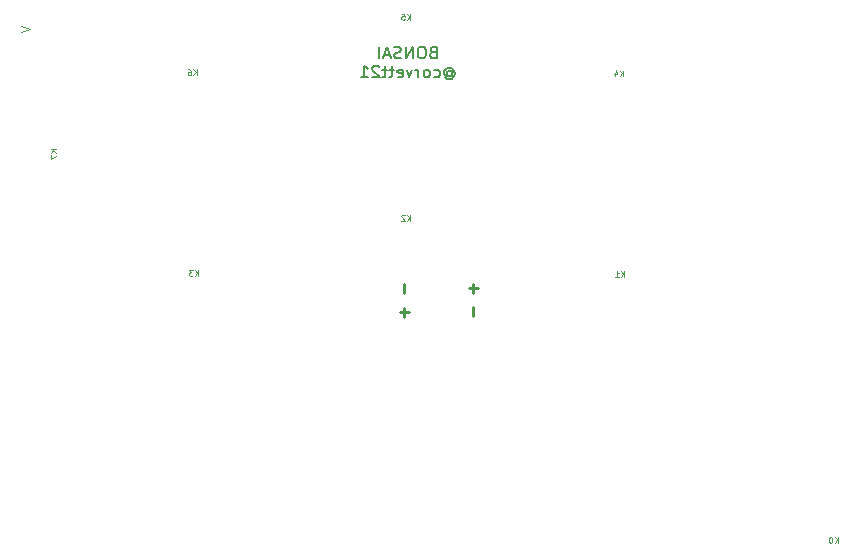
<source format=gbr>
%TF.GenerationSoftware,KiCad,Pcbnew,8.0.2*%
%TF.CreationDate,2024-07-06T21:08:24-05:00*%
%TF.ProjectId,bonsai,626f6e73-6169-42e6-9b69-6361645f7063,v1*%
%TF.SameCoordinates,Original*%
%TF.FileFunction,Legend,Bot*%
%TF.FilePolarity,Positive*%
%FSLAX46Y46*%
G04 Gerber Fmt 4.6, Leading zero omitted, Abs format (unit mm)*
G04 Created by KiCad (PCBNEW 8.0.2) date 2024-07-06 21:08:24*
%MOMM*%
%LPD*%
G01*
G04 APERTURE LIST*
%ADD10C,0.125000*%
%ADD11C,0.150000*%
%ADD12C,0.100000*%
%ADD13C,0.250000*%
G04 APERTURE END LIST*
D10*
X58898716Y-28232309D02*
X58898716Y-27732309D01*
X58613002Y-28232309D02*
X58827287Y-27946595D01*
X58613002Y-27732309D02*
X58898716Y-28018023D01*
X58160621Y-27732309D02*
X58398716Y-27732309D01*
X58398716Y-27732309D02*
X58422525Y-27970404D01*
X58422525Y-27970404D02*
X58398716Y-27946595D01*
X58398716Y-27946595D02*
X58351097Y-27922785D01*
X58351097Y-27922785D02*
X58232049Y-27922785D01*
X58232049Y-27922785D02*
X58184430Y-27946595D01*
X58184430Y-27946595D02*
X58160621Y-27970404D01*
X58160621Y-27970404D02*
X58136811Y-28018023D01*
X58136811Y-28018023D02*
X58136811Y-28137071D01*
X58136811Y-28137071D02*
X58160621Y-28184690D01*
X58160621Y-28184690D02*
X58184430Y-28208500D01*
X58184430Y-28208500D02*
X58232049Y-28232309D01*
X58232049Y-28232309D02*
X58351097Y-28232309D01*
X58351097Y-28232309D02*
X58398716Y-28208500D01*
X58398716Y-28208500D02*
X58422525Y-28184690D01*
X40798716Y-32932309D02*
X40798716Y-32432309D01*
X40513002Y-32932309D02*
X40727287Y-32646595D01*
X40513002Y-32432309D02*
X40798716Y-32718023D01*
X40084430Y-32432309D02*
X40179668Y-32432309D01*
X40179668Y-32432309D02*
X40227287Y-32456119D01*
X40227287Y-32456119D02*
X40251097Y-32479928D01*
X40251097Y-32479928D02*
X40298716Y-32551357D01*
X40298716Y-32551357D02*
X40322525Y-32646595D01*
X40322525Y-32646595D02*
X40322525Y-32837071D01*
X40322525Y-32837071D02*
X40298716Y-32884690D01*
X40298716Y-32884690D02*
X40274906Y-32908500D01*
X40274906Y-32908500D02*
X40227287Y-32932309D01*
X40227287Y-32932309D02*
X40132049Y-32932309D01*
X40132049Y-32932309D02*
X40084430Y-32908500D01*
X40084430Y-32908500D02*
X40060621Y-32884690D01*
X40060621Y-32884690D02*
X40036811Y-32837071D01*
X40036811Y-32837071D02*
X40036811Y-32718023D01*
X40036811Y-32718023D02*
X40060621Y-32670404D01*
X40060621Y-32670404D02*
X40084430Y-32646595D01*
X40084430Y-32646595D02*
X40132049Y-32622785D01*
X40132049Y-32622785D02*
X40227287Y-32622785D01*
X40227287Y-32622785D02*
X40274906Y-32646595D01*
X40274906Y-32646595D02*
X40298716Y-32670404D01*
X40298716Y-32670404D02*
X40322525Y-32718023D01*
X58898716Y-45232309D02*
X58898716Y-44732309D01*
X58613002Y-45232309D02*
X58827287Y-44946595D01*
X58613002Y-44732309D02*
X58898716Y-45018023D01*
X58422525Y-44779928D02*
X58398716Y-44756119D01*
X58398716Y-44756119D02*
X58351097Y-44732309D01*
X58351097Y-44732309D02*
X58232049Y-44732309D01*
X58232049Y-44732309D02*
X58184430Y-44756119D01*
X58184430Y-44756119D02*
X58160621Y-44779928D01*
X58160621Y-44779928D02*
X58136811Y-44827547D01*
X58136811Y-44827547D02*
X58136811Y-44875166D01*
X58136811Y-44875166D02*
X58160621Y-44946595D01*
X58160621Y-44946595D02*
X58446335Y-45232309D01*
X58446335Y-45232309D02*
X58136811Y-45232309D01*
D11*
X60819047Y-30986065D02*
X60676190Y-31033684D01*
X60676190Y-31033684D02*
X60628571Y-31081303D01*
X60628571Y-31081303D02*
X60580952Y-31176541D01*
X60580952Y-31176541D02*
X60580952Y-31319398D01*
X60580952Y-31319398D02*
X60628571Y-31414636D01*
X60628571Y-31414636D02*
X60676190Y-31462256D01*
X60676190Y-31462256D02*
X60771428Y-31509875D01*
X60771428Y-31509875D02*
X61152380Y-31509875D01*
X61152380Y-31509875D02*
X61152380Y-30509875D01*
X61152380Y-30509875D02*
X60819047Y-30509875D01*
X60819047Y-30509875D02*
X60723809Y-30557494D01*
X60723809Y-30557494D02*
X60676190Y-30605113D01*
X60676190Y-30605113D02*
X60628571Y-30700351D01*
X60628571Y-30700351D02*
X60628571Y-30795589D01*
X60628571Y-30795589D02*
X60676190Y-30890827D01*
X60676190Y-30890827D02*
X60723809Y-30938446D01*
X60723809Y-30938446D02*
X60819047Y-30986065D01*
X60819047Y-30986065D02*
X61152380Y-30986065D01*
X59961904Y-30509875D02*
X59771428Y-30509875D01*
X59771428Y-30509875D02*
X59676190Y-30557494D01*
X59676190Y-30557494D02*
X59580952Y-30652732D01*
X59580952Y-30652732D02*
X59533333Y-30843208D01*
X59533333Y-30843208D02*
X59533333Y-31176541D01*
X59533333Y-31176541D02*
X59580952Y-31367017D01*
X59580952Y-31367017D02*
X59676190Y-31462256D01*
X59676190Y-31462256D02*
X59771428Y-31509875D01*
X59771428Y-31509875D02*
X59961904Y-31509875D01*
X59961904Y-31509875D02*
X60057142Y-31462256D01*
X60057142Y-31462256D02*
X60152380Y-31367017D01*
X60152380Y-31367017D02*
X60199999Y-31176541D01*
X60199999Y-31176541D02*
X60199999Y-30843208D01*
X60199999Y-30843208D02*
X60152380Y-30652732D01*
X60152380Y-30652732D02*
X60057142Y-30557494D01*
X60057142Y-30557494D02*
X59961904Y-30509875D01*
X59104761Y-31509875D02*
X59104761Y-30509875D01*
X59104761Y-30509875D02*
X58533333Y-31509875D01*
X58533333Y-31509875D02*
X58533333Y-30509875D01*
X58104761Y-31462256D02*
X57961904Y-31509875D01*
X57961904Y-31509875D02*
X57723809Y-31509875D01*
X57723809Y-31509875D02*
X57628571Y-31462256D01*
X57628571Y-31462256D02*
X57580952Y-31414636D01*
X57580952Y-31414636D02*
X57533333Y-31319398D01*
X57533333Y-31319398D02*
X57533333Y-31224160D01*
X57533333Y-31224160D02*
X57580952Y-31128922D01*
X57580952Y-31128922D02*
X57628571Y-31081303D01*
X57628571Y-31081303D02*
X57723809Y-31033684D01*
X57723809Y-31033684D02*
X57914285Y-30986065D01*
X57914285Y-30986065D02*
X58009523Y-30938446D01*
X58009523Y-30938446D02*
X58057142Y-30890827D01*
X58057142Y-30890827D02*
X58104761Y-30795589D01*
X58104761Y-30795589D02*
X58104761Y-30700351D01*
X58104761Y-30700351D02*
X58057142Y-30605113D01*
X58057142Y-30605113D02*
X58009523Y-30557494D01*
X58009523Y-30557494D02*
X57914285Y-30509875D01*
X57914285Y-30509875D02*
X57676190Y-30509875D01*
X57676190Y-30509875D02*
X57533333Y-30557494D01*
X57152380Y-31224160D02*
X56676190Y-31224160D01*
X57247618Y-31509875D02*
X56914285Y-30509875D01*
X56914285Y-30509875D02*
X56580952Y-31509875D01*
X56247618Y-31509875D02*
X56247618Y-30509875D01*
X62009524Y-32643628D02*
X62057143Y-32596009D01*
X62057143Y-32596009D02*
X62152381Y-32548390D01*
X62152381Y-32548390D02*
X62247619Y-32548390D01*
X62247619Y-32548390D02*
X62342857Y-32596009D01*
X62342857Y-32596009D02*
X62390476Y-32643628D01*
X62390476Y-32643628D02*
X62438095Y-32738866D01*
X62438095Y-32738866D02*
X62438095Y-32834104D01*
X62438095Y-32834104D02*
X62390476Y-32929342D01*
X62390476Y-32929342D02*
X62342857Y-32976961D01*
X62342857Y-32976961D02*
X62247619Y-33024580D01*
X62247619Y-33024580D02*
X62152381Y-33024580D01*
X62152381Y-33024580D02*
X62057143Y-32976961D01*
X62057143Y-32976961D02*
X62009524Y-32929342D01*
X62009524Y-32548390D02*
X62009524Y-32929342D01*
X62009524Y-32929342D02*
X61961905Y-32976961D01*
X61961905Y-32976961D02*
X61914286Y-32976961D01*
X61914286Y-32976961D02*
X61819047Y-32929342D01*
X61819047Y-32929342D02*
X61771428Y-32834104D01*
X61771428Y-32834104D02*
X61771428Y-32596009D01*
X61771428Y-32596009D02*
X61866667Y-32453152D01*
X61866667Y-32453152D02*
X62009524Y-32357914D01*
X62009524Y-32357914D02*
X62200000Y-32310295D01*
X62200000Y-32310295D02*
X62390476Y-32357914D01*
X62390476Y-32357914D02*
X62533333Y-32453152D01*
X62533333Y-32453152D02*
X62628571Y-32596009D01*
X62628571Y-32596009D02*
X62676190Y-32786485D01*
X62676190Y-32786485D02*
X62628571Y-32976961D01*
X62628571Y-32976961D02*
X62533333Y-33119819D01*
X62533333Y-33119819D02*
X62390476Y-33215057D01*
X62390476Y-33215057D02*
X62200000Y-33262676D01*
X62200000Y-33262676D02*
X62009524Y-33215057D01*
X62009524Y-33215057D02*
X61866667Y-33119819D01*
X60914286Y-33072200D02*
X61009524Y-33119819D01*
X61009524Y-33119819D02*
X61200000Y-33119819D01*
X61200000Y-33119819D02*
X61295238Y-33072200D01*
X61295238Y-33072200D02*
X61342857Y-33024580D01*
X61342857Y-33024580D02*
X61390476Y-32929342D01*
X61390476Y-32929342D02*
X61390476Y-32643628D01*
X61390476Y-32643628D02*
X61342857Y-32548390D01*
X61342857Y-32548390D02*
X61295238Y-32500771D01*
X61295238Y-32500771D02*
X61200000Y-32453152D01*
X61200000Y-32453152D02*
X61009524Y-32453152D01*
X61009524Y-32453152D02*
X60914286Y-32500771D01*
X60342857Y-33119819D02*
X60438095Y-33072200D01*
X60438095Y-33072200D02*
X60485714Y-33024580D01*
X60485714Y-33024580D02*
X60533333Y-32929342D01*
X60533333Y-32929342D02*
X60533333Y-32643628D01*
X60533333Y-32643628D02*
X60485714Y-32548390D01*
X60485714Y-32548390D02*
X60438095Y-32500771D01*
X60438095Y-32500771D02*
X60342857Y-32453152D01*
X60342857Y-32453152D02*
X60200000Y-32453152D01*
X60200000Y-32453152D02*
X60104762Y-32500771D01*
X60104762Y-32500771D02*
X60057143Y-32548390D01*
X60057143Y-32548390D02*
X60009524Y-32643628D01*
X60009524Y-32643628D02*
X60009524Y-32929342D01*
X60009524Y-32929342D02*
X60057143Y-33024580D01*
X60057143Y-33024580D02*
X60104762Y-33072200D01*
X60104762Y-33072200D02*
X60200000Y-33119819D01*
X60200000Y-33119819D02*
X60342857Y-33119819D01*
X59580952Y-33119819D02*
X59580952Y-32453152D01*
X59580952Y-32643628D02*
X59533333Y-32548390D01*
X59533333Y-32548390D02*
X59485714Y-32500771D01*
X59485714Y-32500771D02*
X59390476Y-32453152D01*
X59390476Y-32453152D02*
X59295238Y-32453152D01*
X59057142Y-32453152D02*
X58819047Y-33119819D01*
X58819047Y-33119819D02*
X58580952Y-32453152D01*
X57819047Y-33072200D02*
X57914285Y-33119819D01*
X57914285Y-33119819D02*
X58104761Y-33119819D01*
X58104761Y-33119819D02*
X58199999Y-33072200D01*
X58199999Y-33072200D02*
X58247618Y-32976961D01*
X58247618Y-32976961D02*
X58247618Y-32596009D01*
X58247618Y-32596009D02*
X58199999Y-32500771D01*
X58199999Y-32500771D02*
X58104761Y-32453152D01*
X58104761Y-32453152D02*
X57914285Y-32453152D01*
X57914285Y-32453152D02*
X57819047Y-32500771D01*
X57819047Y-32500771D02*
X57771428Y-32596009D01*
X57771428Y-32596009D02*
X57771428Y-32691247D01*
X57771428Y-32691247D02*
X58247618Y-32786485D01*
X57485713Y-32453152D02*
X57104761Y-32453152D01*
X57342856Y-32119819D02*
X57342856Y-32976961D01*
X57342856Y-32976961D02*
X57295237Y-33072200D01*
X57295237Y-33072200D02*
X57199999Y-33119819D01*
X57199999Y-33119819D02*
X57104761Y-33119819D01*
X56914284Y-32453152D02*
X56533332Y-32453152D01*
X56771427Y-32119819D02*
X56771427Y-32976961D01*
X56771427Y-32976961D02*
X56723808Y-33072200D01*
X56723808Y-33072200D02*
X56628570Y-33119819D01*
X56628570Y-33119819D02*
X56533332Y-33119819D01*
X56247617Y-32215057D02*
X56199998Y-32167438D01*
X56199998Y-32167438D02*
X56104760Y-32119819D01*
X56104760Y-32119819D02*
X55866665Y-32119819D01*
X55866665Y-32119819D02*
X55771427Y-32167438D01*
X55771427Y-32167438D02*
X55723808Y-32215057D01*
X55723808Y-32215057D02*
X55676189Y-32310295D01*
X55676189Y-32310295D02*
X55676189Y-32405533D01*
X55676189Y-32405533D02*
X55723808Y-32548390D01*
X55723808Y-32548390D02*
X56295236Y-33119819D01*
X56295236Y-33119819D02*
X55676189Y-33119819D01*
X54723808Y-33119819D02*
X55295236Y-33119819D01*
X55009522Y-33119819D02*
X55009522Y-32119819D01*
X55009522Y-32119819D02*
X55104760Y-32262676D01*
X55104760Y-32262676D02*
X55199998Y-32357914D01*
X55199998Y-32357914D02*
X55295236Y-32405533D01*
D10*
X28932309Y-39201283D02*
X28432309Y-39201283D01*
X28932309Y-39486997D02*
X28646595Y-39272712D01*
X28432309Y-39486997D02*
X28718023Y-39201283D01*
X28432309Y-39653664D02*
X28432309Y-39986997D01*
X28432309Y-39986997D02*
X28932309Y-39772712D01*
D12*
X25934211Y-28730752D02*
X26696115Y-29016466D01*
X26696115Y-29016466D02*
X25934211Y-29302180D01*
D13*
X58002568Y-52983666D02*
X58764473Y-52983666D01*
X58383520Y-53364619D02*
X58383520Y-52602714D01*
X58341333Y-50627568D02*
X58341333Y-51389473D01*
D10*
X40915116Y-49932309D02*
X40915116Y-49432309D01*
X40629402Y-49932309D02*
X40843687Y-49646595D01*
X40629402Y-49432309D02*
X40915116Y-49718023D01*
X40462735Y-49432309D02*
X40153211Y-49432309D01*
X40153211Y-49432309D02*
X40319878Y-49622785D01*
X40319878Y-49622785D02*
X40248449Y-49622785D01*
X40248449Y-49622785D02*
X40200830Y-49646595D01*
X40200830Y-49646595D02*
X40177021Y-49670404D01*
X40177021Y-49670404D02*
X40153211Y-49718023D01*
X40153211Y-49718023D02*
X40153211Y-49837071D01*
X40153211Y-49837071D02*
X40177021Y-49884690D01*
X40177021Y-49884690D02*
X40200830Y-49908500D01*
X40200830Y-49908500D02*
X40248449Y-49932309D01*
X40248449Y-49932309D02*
X40391306Y-49932309D01*
X40391306Y-49932309D02*
X40438925Y-49908500D01*
X40438925Y-49908500D02*
X40462735Y-49884690D01*
X76898716Y-33032309D02*
X76898716Y-32532309D01*
X76613002Y-33032309D02*
X76827287Y-32746595D01*
X76613002Y-32532309D02*
X76898716Y-32818023D01*
X76184430Y-32698976D02*
X76184430Y-33032309D01*
X76303478Y-32508500D02*
X76422525Y-32865642D01*
X76422525Y-32865642D02*
X76113002Y-32865642D01*
X95098716Y-72532309D02*
X95098716Y-72032309D01*
X94813002Y-72532309D02*
X95027287Y-72246595D01*
X94813002Y-72032309D02*
X95098716Y-72318023D01*
X94503478Y-72032309D02*
X94455859Y-72032309D01*
X94455859Y-72032309D02*
X94408240Y-72056119D01*
X94408240Y-72056119D02*
X94384430Y-72079928D01*
X94384430Y-72079928D02*
X94360621Y-72127547D01*
X94360621Y-72127547D02*
X94336811Y-72222785D01*
X94336811Y-72222785D02*
X94336811Y-72341833D01*
X94336811Y-72341833D02*
X94360621Y-72437071D01*
X94360621Y-72437071D02*
X94384430Y-72484690D01*
X94384430Y-72484690D02*
X94408240Y-72508500D01*
X94408240Y-72508500D02*
X94455859Y-72532309D01*
X94455859Y-72532309D02*
X94503478Y-72532309D01*
X94503478Y-72532309D02*
X94551097Y-72508500D01*
X94551097Y-72508500D02*
X94574906Y-72484690D01*
X94574906Y-72484690D02*
X94598716Y-72437071D01*
X94598716Y-72437071D02*
X94622525Y-72341833D01*
X94622525Y-72341833D02*
X94622525Y-72222785D01*
X94622525Y-72222785D02*
X94598716Y-72127547D01*
X94598716Y-72127547D02*
X94574906Y-72079928D01*
X94574906Y-72079928D02*
X94551097Y-72056119D01*
X94551097Y-72056119D02*
X94503478Y-72032309D01*
D13*
X64191333Y-52577568D02*
X64191333Y-53339473D01*
X63852568Y-50958666D02*
X64614473Y-50958666D01*
X64233520Y-51339619D02*
X64233520Y-50577714D01*
D10*
X76998716Y-50032309D02*
X76998716Y-49532309D01*
X76713002Y-50032309D02*
X76927287Y-49746595D01*
X76713002Y-49532309D02*
X76998716Y-49818023D01*
X76236811Y-50032309D02*
X76522525Y-50032309D01*
X76379668Y-50032309D02*
X76379668Y-49532309D01*
X76379668Y-49532309D02*
X76427287Y-49603738D01*
X76427287Y-49603738D02*
X76474906Y-49651357D01*
X76474906Y-49651357D02*
X76522525Y-49675166D01*
M02*

</source>
